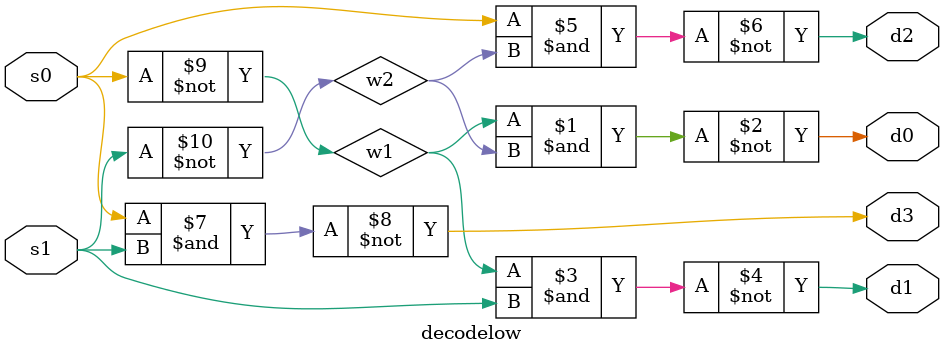
<source format=v>
`timescale 1ns / 1ps
module decodelow(
    input s0,
    input s1,
    output d0,
    output d1,
    output d2,
    output d3
    );
	 wire w1,w2;
	 not(w1,s0);
	 not(w2,s1);
	 nand(d0,w1,w2);
	 nand(d1,w1,s1);
	 nand(d2,s0,w2);
	 nand(d3,s0,s1);


endmodule

</source>
